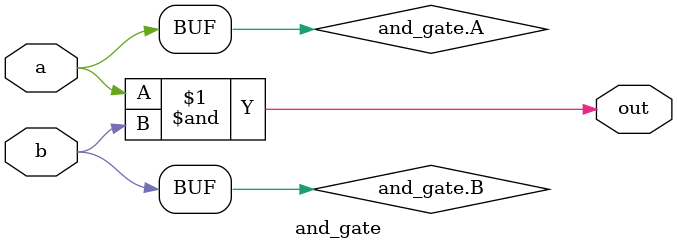
<source format=v>

module and_gate( 
    input a, 
    input b, 
    output out );

    // assing the AND of a and b to out
    assign and_gate.A = a; 
    assign and_gate.B = b; 
    assign and_gate.out = and_gate.A & and_gate.B;

endmodule

</source>
